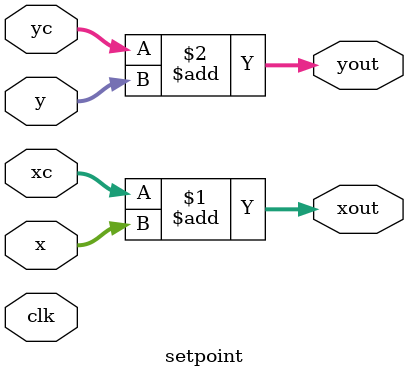
<source format=sv>
`timescale 1ns / 1ps


module setpoint(
    input clk,
    input [8:0] xc,
    input [7:0] yc,
    input [5:0] x,
    input [5:0] y,
    output [8:0] xout,
    output [7:0] yout    
    );
    
    
    assign xout = xc + x;
    assign yout = yc + y;
        
            
            
        
    
endmodule

</source>
